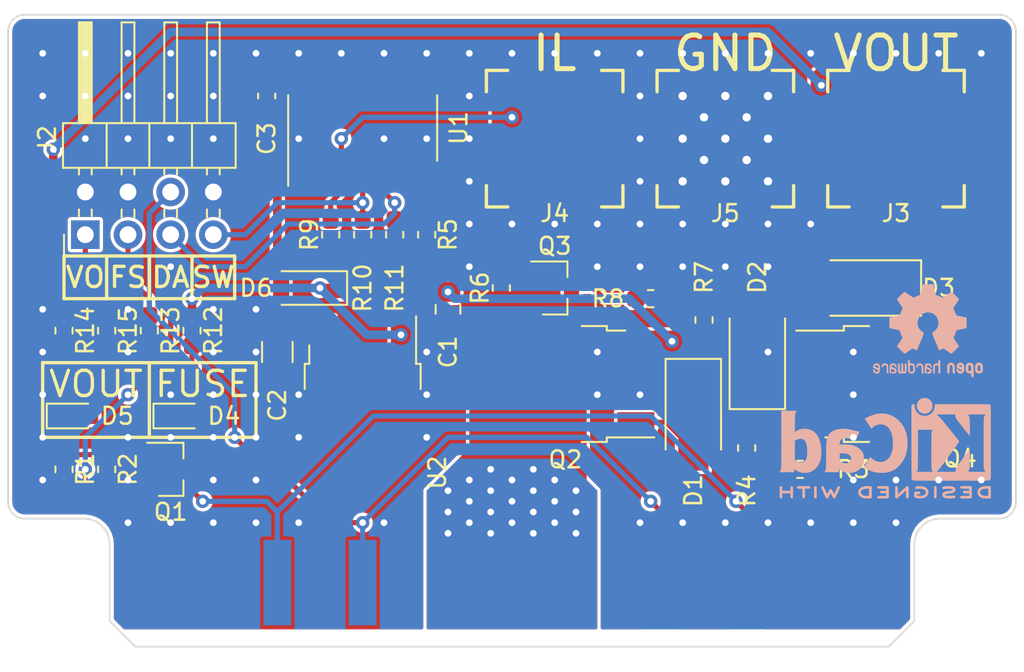
<source format=kicad_pcb>
(kicad_pcb (version 20171130) (host pcbnew "(5.1.7)-1")
  (layers (0 F.Cu signal) (31 B.Cu signal) (34 B.Paste user hide) (35 F.Paste user hide) (36 B.SilkS user hide) (37 F.SilkS user) (38 B.Mask user hide) (39 F.Mask user hide) (44 Edge.Cuts user))
  (net 0 "")
  (net 1 GND)
  (net 2 VDD)
  (net 3 "Net-(D2-Pad2)")
  (net 4 "Net-(D5-Pad2)")
  (net 5 "Net-(D1-Pad2)")
  (net 6 "Net-(D4-Pad2)")
  (net 7 "Net-(Q3-Pad3)")
  (net 8 /sw_in)
  (net 9 /vout)
  (net 10 /interlock)
  (net 11 "Net-(Q3-Pad1)")
  (net 12 "Net-(U1-Pad8)")
  (net 13 /vp)
  (net 14 /vin)
  (net 15 "Net-(U1-Pad12)")
  (net 16 "Net-(R5-Pad2)")
  (net 17 /fuse_status_out_od)
  (net 18 /disable)
  (net 19 "Net-(J2-Pad5)")
  (net 20 "Net-(J2-Pad3)")
  (net 21 "Net-(J2-Pad1)")
  (net 22 "Net-(Q1-Pad1)")
  (module Diode_SMD:D_SOD-123 (layer F.Cu) (at 87.935 101.27 180)
    (fp_text reference D6 (at 3.175 0) (layer F.SilkS))
    (fp_text value B340A-13-F)
    (pad 2 smd rect (at 1.65 0 180) (size 0.9 1.2) (layers F.Cu F.Paste F.Mask) (net 2 VDD))
    (pad 1 smd rect (at -1.65 0 180) (size 0.9 1.2) (layers F.Cu F.Paste F.Mask) (net 13 /vp))
  )
  (module Symbol:OSHW-Logo2_7.3x6mm_SilkScreen (layer B.Cu) (at 124.765 103.81 180)
    (fp_text reference REF** hide)
    (fp_text value "" hide)
  )
  (module Symbol:KiCad-Logo2_5mm_SilkScreen (layer B.Cu) (at 122.225 110.795 180)
    (fp_text reference REF** hide)
    (fp_text value "" hide)
  )
  (module Package_TO_SOT_SMD:SOT-23 (layer F.Cu) (at 79.68 112.065)
    (fp_text reference Q1 (at 0 2.54) (layer F.SilkS))
    (fp_text value 2N7002K)
    (pad 3 smd rect (at 1 0) (size 0.9 0.8) (layers F.Cu F.Paste F.Mask) (net 17 /fuse_status_out_od))
    (pad 2 smd rect (at -1 0.95) (size 0.9 0.8) (layers F.Cu F.Paste F.Mask) (net 1 GND))
    (pad 1 smd rect (at -1 -0.95) (size 0.9 0.8) (layers F.Cu F.Paste F.Mask) (net 22 "Net-(Q1-Pad1)"))
  )
  (module Resistor_SMD:R_0603_1608Metric_Pad1.05x0.95mm_HandSolder (layer F.Cu) (at 108.255 101.905 180)
    (fp_text reference R8 (at 2.54 0) (layer F.SilkS))
    (fp_text value 20k)
    (pad 2 smd roundrect (at 0.875 0 180) (size 1.05 0.95) (layers F.Cu F.Paste F.Mask) (net 7 "Net-(Q3-Pad3)"))
    (pad 1 smd roundrect (at -0.875 0 180) (size 1.05 0.95) (layers F.Cu F.Paste F.Mask) (net 3 "Net-(D2-Pad2)"))
  )
  (module Connector:TEConnectivity_2-5530843-7_card-edge (layer F.Cu) (at 100 115)
    (fp_text reference J1 hide)
    (fp_text value Conn_02x18_Odd_Even)
    (fp_line (start -23.9522 6.096) (end -22.4282 7.62) (layer Edge.Cuts) (width 0.1))
    (fp_line (start 22.4282 7.62) (end 23.9522 6.096) (layer Edge.Cuts) (width 0.1))
    (fp_line (start -22.4282 7.62) (end 22.4282 7.62) (layer Edge.Cuts) (width 0.1))
    (fp_line (start -23.9522 1.524) (end -23.9522 6.096) (layer Edge.Cuts) (width 0.1))
    (fp_line (start 23.9522 1.524) (end 23.9522 6.096) (layer Edge.Cuts) (width 0.1))
    (fp_line (start 25.4762 0) (end 26.67 0) (layer Edge.Cuts) (width 0.1))
    (fp_line (start -26.67 0) (end -25.4762 0) (layer Edge.Cuts) (width 0.1))
    (fp_arc (start -25.4762 1.524) (end -23.9522 1.524) (angle -90) (layer Edge.Cuts) (width 0.1))
    (fp_arc (start 25.4762 1.524) (end 23.9522 1.524) (angle 90) (layer Edge.Cuts) (width 0.1))
    (pad 35 connect rect (at 21.59 3.81) (size 1.651 5.08) (layers F.Cu F.Mask) (net 1 GND))
    (pad 33 connect rect (at 19.05 3.81) (size 1.651 5.08) (layers F.Cu F.Mask) (net 1 GND))
    (pad 31 connect rect (at 16.51 3.81) (size 1.651 5.08) (layers F.Cu F.Mask) (net 1 GND))
    (pad 29 connect rect (at 13.97 3.81) (size 1.651 5.08) (layers F.Cu F.Mask) (net 17 /fuse_status_out_od))
    (pad 27 connect rect (at 11.43 3.81) (size 1.651 5.08) (layers F.Cu F.Mask) (net 1 GND))
    (pad 25 connect rect (at 8.89 3.81) (size 1.651 5.08) (layers F.Cu F.Mask) (net 18 /disable))
    (pad 23 connect rect (at 6.35 3.81) (size 1.651 5.08) (layers F.Cu F.Mask) (net 1 GND))
    (pad 21 connect rect (at 3.81 3.81) (size 1.651 5.08) (layers F.Cu F.Mask) (net 14 /vin))
    (pad 19 connect rect (at 1.27 3.81) (size 1.651 5.08) (layers F.Cu F.Mask) (net 14 /vin))
    (pad 17 connect rect (at -1.27 3.81) (size 1.651 5.08) (layers F.Cu F.Mask) (net 14 /vin))
    (pad 15 connect rect (at -3.81 3.81) (size 1.651 5.08) (layers F.Cu F.Mask) (net 14 /vin))
    (pad 13 connect rect (at -6.35 3.81) (size 1.651 5.08) (layers F.Cu F.Mask) (net 1 GND))
    (pad 11 connect rect (at -8.89 3.81) (size 1.651 5.08) (layers F.Cu F.Mask) (net 1 GND))
    (pad 9 connect rect (at -11.43 3.81) (size 1.651 5.08) (layers F.Cu F.Mask) (net 1 GND))
    (pad 7 connect rect (at -13.97 3.81) (size 1.651 5.08) (layers F.Cu F.Mask) (net 1 GND))
    (pad 5 connect rect (at -16.51 3.81) (size 1.651 5.08) (layers F.Cu F.Mask) (net 1 GND))
    (pad 3 connect rect (at -19.05 3.81) (size 1.651 5.08) (layers F.Cu F.Mask) (net 1 GND))
    (pad 1 connect rect (at -21.59 3.81) (size 1.651 5.08) (layers F.Cu F.Mask) (net 1 GND))
    (pad 36 connect rect (at 21.59 3.81) (size 1.651 5.08) (layers B.Cu B.Mask) (net 1 GND))
    (pad 34 connect rect (at 19.05 3.81) (size 1.651 5.08) (layers B.Cu B.Mask) (net 1 GND))
    (pad 32 connect rect (at 16.51 3.81) (size 1.651 5.08) (layers B.Cu B.Mask) (net 1 GND))
    (pad 30 connect rect (at 13.97 3.81) (size 1.651 5.08) (layers B.Cu B.Mask) (net 1 GND))
    (pad 28 connect rect (at 11.43 3.81) (size 1.651 5.08) (layers B.Cu B.Mask) (net 1 GND))
    (pad 26 connect rect (at 8.89 3.81) (size 1.651 5.08) (layers B.Cu B.Mask) (net 1 GND))
    (pad 24 connect rect (at 6.35 3.81) (size 1.651 5.08) (layers B.Cu B.Mask) (net 1 GND))
    (pad 22 connect rect (at 3.81 3.81) (size 1.651 5.08) (layers B.Cu B.Mask) (net 14 /vin))
    (pad 20 connect rect (at 1.27 3.81) (size 1.651 5.08) (layers B.Cu B.Mask) (net 14 /vin))
    (pad 18 connect rect (at -1.27 3.81) (size 1.651 5.08) (layers B.Cu B.Mask) (net 14 /vin))
    (pad 16 connect rect (at -3.81 3.81) (size 1.651 5.08) (layers B.Cu B.Mask) (net 14 /vin))
    (pad 14 connect rect (at -6.35 3.81) (size 1.651 5.08) (layers B.Cu B.Mask) (net 1 GND))
    (pad 12 connect rect (at -8.89 3.81) (size 1.651 5.08) (layers B.Cu B.Mask) (net 18 /disable))
    (pad 10 connect rect (at -11.43 3.81) (size 1.651 5.08) (layers B.Cu B.Mask) (net 1 GND))
    (pad 8 connect rect (at -13.97 3.81) (size 1.651 5.08) (layers B.Cu B.Mask) (net 17 /fuse_status_out_od))
    (pad 6 connect rect (at -16.51 3.81) (size 1.651 5.08) (layers B.Cu B.Mask) (net 1 GND))
    (pad 4 connect rect (at -19.05 3.81) (size 1.651 5.08) (layers B.Cu B.Mask) (net 1 GND))
    (pad 2 connect rect (at -21.59 3.81) (size 1.651 5.08) (layers B.Cu B.Mask) (net 1 GND))
  )
  (module Diode_SMD:D_SMA (layer F.Cu) (at 120.955 101.27 180)
    (fp_text reference D3 (at -4.445 0) (layer F.SilkS))
    (fp_text value B340A-13-F)
    (pad 2 smd rect (at 2 0 180) (size 2.5 1.8) (layers F.Cu F.Paste F.Mask) (net 1 GND))
    (pad 1 smd rect (at -2 0 180) (size 2.5 1.8) (layers F.Cu F.Paste F.Mask) (net 9 /vout))
  )
  (module Terminal:PV-3_via (layer F.Cu) (at 112.7 92.38)
    (fp_text reference J5 (at 0 4.445) (layer F.SilkS))
    (fp_text value PV-3)
    (fp_text user GND (at 0 -5.08) (layer F.SilkS) (effects (font (size 2 2) (thickness 0.3))))
    (pad 1 thru_hole circle (at -1.27 1.27) (size 1.27 1.27) (drill 0.5) (layers *.Cu *.Mask) (net 1 GND))
    (pad 1 thru_hole circle (at 1.27 1.27) (size 1.27 1.27) (drill 0.5) (layers *.Cu *.Mask) (net 1 GND))
    (pad 1 thru_hole circle (at 1.27 -1.27) (size 1.27 1.27) (drill 0.5) (layers *.Cu *.Mask) (net 1 GND))
    (pad 1 thru_hole circle (at -1.27 -1.27) (size 1.27 1.27) (drill 0.5) (layers *.Cu *.Mask) (net 1 GND))
    (pad 1 thru_hole circle (at -2.54 2.54) (size 1.27 1.27) (drill 0.5) (layers *.Cu *.Mask) (net 1 GND))
    (pad 1 thru_hole circle (at 0 2.54) (size 1.27 1.27) (drill 0.5) (layers *.Cu *.Mask) (net 1 GND))
    (pad 1 thru_hole circle (at 2.54 2.54) (size 1.27 1.27) (drill 0.5) (layers *.Cu *.Mask) (net 1 GND))
    (pad 1 thru_hole circle (at 2.54 -2.54) (size 1.27 1.27) (drill 0.5) (layers *.Cu *.Mask) (net 1 GND))
    (pad 1 thru_hole circle (at 0 -2.54) (size 1.27 1.27) (drill 0.5) (layers *.Cu *.Mask) (net 1 GND))
    (pad 1 thru_hole circle (at -2.54 -2.54) (size 1.27 1.27) (drill 0.5) (layers *.Cu *.Mask) (net 1 GND))
    (pad 1 thru_hole circle (at -2.54 0) (size 1.27 1.27) (drill 0.5) (layers *.Cu *.Mask) (net 1 GND))
    (pad 1 thru_hole circle (at 2.54 0) (size 1.27 1.27) (drill 0.5) (layers *.Cu *.Mask) (net 1 GND))
    (pad 1 thru_hole circle (at 0 0) (size 1.27 1.27) (drill 0.5) (layers *.Cu *.Mask) (net 1 GND))
    (pad 1 smd rect (at 0 0) (size 7.5 7.5) (layers F.Cu F.Paste F.Mask) (net 1 GND))
  )
  (module Terminal:PV-3 (layer F.Cu) (at 102.54 92.38)
    (fp_text reference J4 (at 0 4.445) (layer F.SilkS))
    (fp_text value PV-3)
    (fp_text user IL (at 0 -5.08) (layer F.SilkS) (effects (font (size 2 2) (thickness 0.3))))
    (pad 1 smd rect (at 0 0) (size 7.5 7.5) (layers F.Cu F.Paste F.Mask) (net 10 /interlock))
  )
  (module Terminal:PV-3 (layer F.Cu) (at 122.86 92.38)
    (fp_text reference J3 (at 0 4.445) (layer F.SilkS))
    (fp_text value PV-3)
    (fp_text user VOUT (at 0 -5.08) (layer F.SilkS) (effects (font (size 2 2) (thickness 0.3))))
    (pad 1 smd rect (at 0 0) (size 7.5 7.5) (layers F.Cu F.Paste F.Mask) (net 9 /vout))
  )
  (module Resistor_SMD:R_0603_1608Metric_Pad1.05x0.95mm_HandSolder (layer F.Cu) (at 73.33 112.065 270)
    (fp_text reference R1 (at 0 -1.27 90) (layer F.SilkS))
    (fp_text value 20k)
    (pad 2 smd roundrect (at 0.875 0 270) (size 1.05 0.95) (layers F.Cu F.Paste F.Mask) (net 13 /vp))
    (pad 1 smd roundrect (at -0.875 0 270) (size 1.05 0.95) (layers F.Cu F.Paste F.Mask) (net 22 "Net-(Q1-Pad1)"))
  )
  (module Diode_SMD:D_SMA (layer F.Cu) (at 114.605 105.08 90)
    (fp_text reference D2 (at 4.445 0 90) (layer F.SilkS))
    (fp_text value SMAJ12CA-E3/61)
    (pad 2 smd rect (at 2 0 90) (size 2.5 1.8) (layers F.Cu F.Paste F.Mask) (net 3 "Net-(D2-Pad2)"))
    (pad 1 smd rect (at -2 0 90) (size 2.5 1.8) (layers F.Cu F.Paste F.Mask) (net 13 /vp))
  )
  (module Diode_SMD:D_SMA (layer F.Cu) (at 110.795 108.89 270)
    (fp_text reference D1 (at 4.445 0 90) (layer F.SilkS))
    (fp_text value SMAJ12CA-E3/61)
    (pad 2 smd rect (at 2 0 270) (size 2.5 1.8) (layers F.Cu F.Paste F.Mask) (net 5 "Net-(D1-Pad2)"))
    (pad 1 smd rect (at -2 0 270) (size 2.5 1.8) (layers F.Cu F.Paste F.Mask) (net 13 /vp))
  )
  (module Resistor_SMD:R_0603_1608Metric_Pad1.05x0.95mm_HandSolder (layer F.Cu) (at 78.41 103.81 90)
    (fp_text reference R13 (at 0 1.27 90) (layer F.SilkS))
    (fp_text value 10k)
    (pad 2 smd roundrect (at 0.875 0 90) (size 1.05 0.95) (layers F.Cu F.Paste F.Mask) (net 20 "Net-(J2-Pad3)"))
    (pad 1 smd roundrect (at -0.875 0 90) (size 1.05 0.95) (layers F.Cu F.Paste F.Mask) (net 13 /vp))
  )
  (module Resistor_SMD:R_0603_1608Metric_Pad1.05x0.95mm_HandSolder (layer F.Cu) (at 75.87 103.81 90)
    (fp_text reference R15 (at 0 1.27 90) (layer F.SilkS))
    (fp_text value 10k)
    (pad 2 smd roundrect (at 0.875 0 90) (size 1.05 0.95) (layers F.Cu F.Paste F.Mask) (net 21 "Net-(J2-Pad1)"))
    (pad 1 smd roundrect (at -0.875 0 90) (size 1.05 0.95) (layers F.Cu F.Paste F.Mask) (net 9 /vout))
  )
  (module Connector_PinHeader_2.54mm:PinHeader_2x04_P2.54mm_Horizontal (layer F.Cu) (at 74.6 98.095 90)
    (fp_text reference J2 (at 5.655 -2.27 90) (layer F.SilkS))
    (fp_text value Conn_02x04_Odd_Even)
    (pad 8 thru_hole oval (at 2.54 7.62 90) (size 1.7 1.7) (drill 1) (layers *.Cu *.Mask) (net 1 GND))
    (pad 7 thru_hole oval (at 0 7.62 90) (size 1.7 1.7) (drill 1) (layers *.Cu *.Mask) (net 8 /sw_in))
    (pad 6 thru_hole oval (at 2.54 5.08 90) (size 1.7 1.7) (drill 1) (layers *.Cu *.Mask) (net 18 /disable))
    (pad 5 thru_hole oval (at 0 5.08 90) (size 1.7 1.7) (drill 1) (layers *.Cu *.Mask) (net 19 "Net-(J2-Pad5)"))
    (pad 4 thru_hole oval (at 2.54 2.54 90) (size 1.7 1.7) (drill 1) (layers *.Cu *.Mask) (net 1 GND))
    (pad 3 thru_hole oval (at 0 2.54 90) (size 1.7 1.7) (drill 1) (layers *.Cu *.Mask) (net 20 "Net-(J2-Pad3)"))
    (pad 2 thru_hole oval (at 2.54 0 90) (size 1.7 1.7) (drill 1) (layers *.Cu *.Mask) (net 1 GND))
    (pad 1 thru_hole rect (at 0 0 90) (size 1.7 1.7) (drill 1) (layers *.Cu *.Mask) (net 21 "Net-(J2-Pad1)"))
  )
  (module LED_SMD:LED_0603_1608Metric_Pad1.05x0.95mm_HandSolder (layer F.Cu) (at 80.315 108.89)
    (fp_text reference D4 (at 2.54 0) (layer F.SilkS))
    (fp_text value OSHR1608)
    (pad 2 smd roundrect (at 0.875 0) (size 1.05 0.95) (layers F.Cu F.Paste F.Mask) (net 6 "Net-(D4-Pad2)"))
    (pad 1 smd roundrect (at -0.875 0) (size 1.05 0.95) (layers F.Cu F.Paste F.Mask) (net 1 GND))
  )
  (module LED_SMD:LED_0603_1608Metric_Pad1.05x0.95mm_HandSolder (layer F.Cu) (at 73.965 108.89)
    (fp_text reference D5 (at 2.54 0) (layer F.SilkS))
    (fp_text value OSBL1608)
    (pad 2 smd roundrect (at 0.875 0) (size 1.05 0.95) (layers F.Cu F.Paste F.Mask) (net 4 "Net-(D5-Pad2)"))
    (pad 1 smd roundrect (at -0.875 0) (size 1.05 0.95) (layers F.Cu F.Paste F.Mask) (net 1 GND))
  )
  (module Capacitor_SMD:C_0805_2012Metric_Pad1.18x1.45mm_HandSolder (layer F.Cu) (at 96.19 102.54 270)
    (fp_text reference C1 (at 2.54 0 90) (layer F.SilkS))
    (fp_text value "10u 35V")
    (pad 2 smd roundrect (at 1.0375 0 270) (size 1.175 1.45) (layers F.Cu F.Paste F.Mask) (roundrect_rratio 0.2127659574468085) (net 1 GND))
    (pad 1 smd roundrect (at -1.0375 0 270) (size 1.175 1.45) (layers F.Cu F.Paste F.Mask) (roundrect_rratio 0.2127659574468085) (net 13 /vp))
  )
  (module Resistor_SMD:R_0603_1608Metric_Pad1.05x0.95mm_HandSolder (layer F.Cu) (at 75.87 112.065 270)
    (fp_text reference R2 (at 0 -1.27 90) (layer F.SilkS))
    (fp_text value 10k)
    (pad 2 smd roundrect (at 0.875 0 270) (size 1.05 0.95) (layers F.Cu F.Paste F.Mask) (net 1 GND))
    (pad 1 smd roundrect (at -0.875 0 270) (size 1.05 0.95) (layers F.Cu F.Paste F.Mask) (net 22 "Net-(Q1-Pad1)"))
  )
  (module Resistor_SMD:R_0603_1608Metric_Pad1.05x0.95mm_HandSolder (layer F.Cu) (at 93.015 98.095 270)
    (fp_text reference R11 (at 3.175 0 90) (layer F.SilkS))
    (fp_text value 1k)
    (pad 2 smd roundrect (at 0.875 0 270) (size 1.05 0.95) (layers F.Cu F.Paste F.Mask) (net 1 GND))
    (pad 1 smd roundrect (at -0.875 0 270) (size 1.05 0.95) (layers F.Cu F.Paste F.Mask) (net 19 "Net-(J2-Pad5)"))
  )
  (module Package_SO:SOIC-14_3.9x8.7mm_P1.27mm (layer F.Cu) (at 91.11 91.745 90)
    (fp_text reference U1 (at 0 5.715 90) (layer F.SilkS))
    (fp_text value 74LS27)
    (pad 14 smd roundrect (at 2.475 -3.81 90) (size 1.95 0.6) (layers F.Cu F.Paste F.Mask) (net 2 VDD))
    (pad 13 smd roundrect (at 2.475 -2.54 90) (size 1.95 0.6) (layers F.Cu F.Paste F.Mask) (net 1 GND))
    (pad 12 smd roundrect (at 2.475 -1.27 90) (size 1.95 0.6) (layers F.Cu F.Paste F.Mask) (net 15 "Net-(U1-Pad12)"))
    (pad 11 smd roundrect (at 2.475 0 90) (size 1.95 0.6) (layers F.Cu F.Paste F.Mask) (net 1 GND))
    (pad 10 smd roundrect (at 2.475 1.27 90) (size 1.95 0.6) (layers F.Cu F.Paste F.Mask) (net 1 GND))
    (pad 9 smd roundrect (at 2.475 2.54 90) (size 1.95 0.6) (layers F.Cu F.Paste F.Mask) (net 1 GND))
    (pad 8 smd roundrect (at 2.475 3.81 90) (size 1.95 0.6) (layers F.Cu F.Paste F.Mask) (net 12 "Net-(U1-Pad8)"))
    (pad 7 smd roundrect (at -2.475 3.81 90) (size 1.95 0.6) (layers F.Cu F.Paste F.Mask) (net 1 GND))
    (pad 6 smd roundrect (at -2.475 2.54 90) (size 1.95 0.6) (layers F.Cu F.Paste F.Mask) (net 16 "Net-(R5-Pad2)"))
    (pad 5 smd roundrect (at -2.475 1.27 90) (size 1.95 0.6) (layers F.Cu F.Paste F.Mask) (net 19 "Net-(J2-Pad5)"))
    (pad 4 smd roundrect (at -2.475 0 90) (size 1.95 0.6) (layers F.Cu F.Paste F.Mask) (net 8 /sw_in))
    (pad 3 smd roundrect (at -2.475 -1.27 90) (size 1.95 0.6) (layers F.Cu F.Paste F.Mask) (net 10 /interlock))
    (pad 2 smd roundrect (at -2.475 -2.54 90) (size 1.95 0.6) (layers F.Cu F.Paste F.Mask) (net 1 GND))
    (pad 1 smd roundrect (at -2.475 -3.81 90) (size 1.95 0.6) (layers F.Cu F.Paste F.Mask) (net 1 GND))
  )
  (module Resistor_SMD:R_0603_1608Metric_Pad1.05x0.95mm_HandSolder (layer F.Cu) (at 89.205 98.095 90)
    (fp_text reference R9 (at 0 -1.27 90) (layer F.SilkS))
    (fp_text value 47k)
    (pad 2 smd roundrect (at 0.875 0 90) (size 1.05 0.95) (layers F.Cu F.Paste F.Mask) (net 10 /interlock))
    (pad 1 smd roundrect (at -0.875 0 90) (size 1.05 0.95) (layers F.Cu F.Paste F.Mask) (net 2 VDD))
  )
  (module Package_TO_SOT_SMD:TO-252-2 (layer F.Cu) (at 91.11 108.255 270)
    (fp_text reference U2 (at 4.005 -4.445 90) (layer F.SilkS))
    (fp_text value BD450M5FP)
    (pad 2 smd rect (at 2.1 0 270) (size 6.4 5.8) (layers F.Cu F.Mask) (net 1 GND))
    (pad 3 smd rect (at -4.2 2.28 270) (size 2.2 1.2) (layers F.Cu F.Paste F.Mask) (net 2 VDD))
    (pad 1 smd rect (at -4.2 -2.28 270) (size 2.2 1.2) (layers F.Cu F.Paste F.Mask) (net 13 /vp))
  )
  (module Capacitor_SMD:C_1206_3216Metric_Pad1.42x1.75mm_HandSolder (layer F.Cu) (at 86.03 105.08 270)
    (fp_text reference C2 (at 3.175 0 90) (layer F.SilkS))
    (fp_text value "22u 10V")
    (pad 2 smd roundrect (at 1.4875 0 270) (size 1.425 1.75) (layers F.Cu F.Paste F.Mask) (roundrect_rratio 0.1754385964912281) (net 1 GND))
    (pad 1 smd roundrect (at -1.4875 0 270) (size 1.425 1.75) (layers F.Cu F.Paste F.Mask) (roundrect_rratio 0.1754385964912281) (net 2 VDD))
  )
  (module Resistor_SMD:R_0603_1608Metric_Pad1.05x0.95mm_HandSolder (layer F.Cu) (at 91.11 98.095 90)
    (fp_text reference R10 (at -3.175 0 90) (layer F.SilkS))
    (fp_text value 47k)
    (pad 2 smd roundrect (at 0.875 0 90) (size 1.05 0.95) (layers F.Cu F.Paste F.Mask) (net 8 /sw_in))
    (pad 1 smd roundrect (at -0.875 0 90) (size 1.05 0.95) (layers F.Cu F.Paste F.Mask) (net 2 VDD))
  )
  (module Resistor_SMD:R_0603_1608Metric_Pad1.05x0.95mm_HandSolder (layer F.Cu) (at 94.92 98.095 90)
    (fp_text reference R5 (at 0 1.27 90) (layer F.SilkS))
    (fp_text value 47)
    (pad 2 smd roundrect (at 0.875 0 90) (size 1.05 0.95) (layers F.Cu F.Paste F.Mask) (net 16 "Net-(R5-Pad2)"))
    (pad 1 smd roundrect (at -0.875 0 90) (size 1.05 0.95) (layers F.Cu F.Paste F.Mask) (net 11 "Net-(Q3-Pad1)"))
  )
  (module Resistor_SMD:R_0603_1608Metric_Pad1.05x0.95mm_HandSolder (layer F.Cu) (at 80.95 103.81 270)
    (fp_text reference R12 (at 0 -1.27 90) (layer F.SilkS))
    (fp_text value 10k)
    (pad 2 smd roundrect (at 0.875 0 270) (size 1.05 0.95) (layers F.Cu F.Paste F.Mask) (net 6 "Net-(D4-Pad2)"))
    (pad 1 smd roundrect (at -0.875 0 270) (size 1.05 0.95) (layers F.Cu F.Paste F.Mask) (net 13 /vp))
  )
  (module Resistor_SMD:R_0603_1608Metric_Pad1.05x0.95mm_HandSolder (layer F.Cu) (at 113.97 110.795 270)
    (fp_text reference R4 (at 2.54 0 90) (layer F.SilkS))
    (fp_text value 10k)
    (pad 2 smd roundrect (at 0.875 0 270) (size 1.05 0.95) (layers F.Cu F.Paste F.Mask) (net 5 "Net-(D1-Pad2)"))
    (pad 1 smd roundrect (at -0.875 0 270) (size 1.05 0.95) (layers F.Cu F.Paste F.Mask) (net 13 /vp))
  )
  (module Resistor_SMD:R_0603_1608Metric_Pad1.05x0.95mm_HandSolder (layer F.Cu) (at 117.145 112.065)
    (fp_text reference R3 (at 3.175 0) (layer F.SilkS))
    (fp_text value 20k)
    (pad 2 smd roundrect (at 0.875 0) (size 1.05 0.95) (layers F.Cu F.Paste F.Mask) (net 1 GND))
    (pad 1 smd roundrect (at -0.875 0) (size 1.05 0.95) (layers F.Cu F.Paste F.Mask) (net 5 "Net-(D1-Pad2)"))
  )
  (module Resistor_SMD:R_0603_1608Metric_Pad1.05x0.95mm_HandSolder (layer F.Cu) (at 111.43 103.175 90)
    (fp_text reference R7 (at 2.54 0 90) (layer F.SilkS))
    (fp_text value 10k)
    (pad 2 smd roundrect (at 0.875 0 90) (size 1.05 0.95) (layers F.Cu F.Paste F.Mask) (net 3 "Net-(D2-Pad2)"))
    (pad 1 smd roundrect (at -0.875 0 90) (size 1.05 0.95) (layers F.Cu F.Paste F.Mask) (net 13 /vp))
  )
  (module Resistor_SMD:R_0603_1608Metric_Pad1.05x0.95mm_HandSolder (layer F.Cu) (at 99.365 101.27 270)
    (fp_text reference R6 (at 0 1.27 90) (layer F.SilkS))
    (fp_text value 10k)
    (pad 2 smd roundrect (at 0.875 0 270) (size 1.05 0.95) (layers F.Cu F.Paste F.Mask) (net 1 GND))
    (pad 1 smd roundrect (at -0.875 0 270) (size 1.05 0.95) (layers F.Cu F.Paste F.Mask) (net 11 "Net-(Q3-Pad1)"))
  )
  (module Resistor_SMD:R_0603_1608Metric_Pad1.05x0.95mm_HandSolder (layer F.Cu) (at 73.33 103.81 270)
    (fp_text reference R14 (at 0 -1.27 90) (layer F.SilkS))
    (fp_text value 10k)
    (pad 2 smd roundrect (at 0.875 0 270) (size 1.05 0.95) (layers F.Cu F.Paste F.Mask) (net 4 "Net-(D5-Pad2)"))
    (pad 1 smd roundrect (at -0.875 0 270) (size 1.05 0.95) (layers F.Cu F.Paste F.Mask) (net 9 /vout))
  )
  (module Package_TO_SOT_SMD:TO-252-2 (layer F.Cu) (at 103.175 106.985 180)
    (fp_text reference Q2 (at 0 -4.5) (layer F.SilkS))
    (fp_text value SUD50P04-08)
    (pad 2 smd rect (at 2.1 0 180) (size 6.4 5.8) (layers F.Cu F.Mask) (net 14 /vin))
    (pad 3 smd rect (at -4.2 2.28 180) (size 2.2 1.2) (layers F.Cu F.Paste F.Mask) (net 13 /vp))
    (pad 1 smd rect (at -4.2 -2.28 180) (size 2.2 1.2) (layers F.Cu F.Paste F.Mask) (net 5 "Net-(D1-Pad2)"))
  )
  (module Package_TO_SOT_SMD:TO-252-2 (layer F.Cu) (at 122.225 106.985)
    (fp_text reference Q4 (at 4.445 4.445) (layer F.SilkS))
    (fp_text value SUD50P04-08)
    (pad 2 smd rect (at 2.1 0) (size 6.4 5.8) (layers F.Cu F.Mask) (net 9 /vout))
    (pad 3 smd rect (at -4.2 2.28) (size 2.2 1.2) (layers F.Cu F.Paste F.Mask) (net 13 /vp))
    (pad 1 smd rect (at -4.2 -2.28) (size 2.2 1.2) (layers F.Cu F.Paste F.Mask) (net 3 "Net-(D2-Pad2)"))
  )
  (module Package_TO_SOT_SMD:SOT-23 (layer F.Cu) (at 102.54 101.27)
    (fp_text reference Q3 (at 0 -2.5) (layer F.SilkS))
    (fp_text value 2N7002K)
    (pad 3 smd rect (at 1 0) (size 0.9 0.8) (layers F.Cu F.Paste F.Mask) (net 7 "Net-(Q3-Pad3)"))
    (pad 2 smd rect (at -1 0.95) (size 0.9 0.8) (layers F.Cu F.Paste F.Mask) (net 1 GND))
    (pad 1 smd rect (at -1 -0.95) (size 0.9 0.8) (layers F.Cu F.Paste F.Mask) (net 11 "Net-(Q3-Pad1)"))
  )
  (module Capacitor_SMD:C_0603_1608Metric_Pad1.08x0.95mm_HandSolder (layer F.Cu) (at 85.395 89.84 270)
    (fp_text reference C3 (at 2.54 0 90) (layer F.SilkS))
    (fp_text value "0.1u 25V")
    (pad 2 smd roundrect (at 0.8625 0 270) (size 1.075 0.95) (layers F.Cu F.Paste F.Mask) (net 1 GND))
    (pad 1 smd roundrect (at -0.8625 0 270) (size 1.075 0.95) (layers F.Cu F.Paste F.Mask) (net 2 VDD))
  )
  (gr_text SW (at 82.22 100.635) (layer F.SilkS) (effects (font (size 1.2 1.2) (thickness 0.2))))
  (gr_text DA (at 79.68 100.635) (layer F.SilkS) (effects (font (size 1.2 1.2) (thickness 0.2))))
  (gr_text FS (at 77.14 100.635) (layer F.SilkS) (effects (font (size 1.2 1.2) (thickness 0.2))))
  (gr_text VO (at 74.6 100.635) (layer F.SilkS) (effects (font (size 1.2 1.2) (thickness 0.2))))
  (gr_line (start 80.95 99.365) (end 80.95 101.905) (layer F.SilkS) (width 0.2))
  (gr_line (start 78.41 99.365) (end 78.41 101.905) (layer F.SilkS) (width 0.2))
  (gr_line (start 75.87 99.365) (end 75.87 101.905) (layer F.SilkS) (width 0.2))
  (gr_line (start 73.33 101.905) (end 73.33 99.365) (layer F.SilkS) (width 0.2))
  (gr_line (start 83.49 101.905) (end 73.33 101.905) (layer F.SilkS) (width 0.2))
  (gr_line (start 83.49 99.365) (end 83.49 101.905) (layer F.SilkS) (width 0.2))
  (gr_line (start 73.33 99.365) (end 83.49 99.365) (layer F.SilkS) (width 0.2))
  (gr_line (start 78.41 110.16) (end 78.41 105.715) (layer F.SilkS) (width 0.2))
  (gr_line (start 72.06 110.16) (end 72.06 105.715) (layer F.SilkS) (width 0.2))
  (gr_line (start 84.76 110.16) (end 72.06 110.16) (layer F.SilkS) (width 0.2))
  (gr_line (start 84.76 105.715) (end 84.76 110.16) (layer F.SilkS) (width 0.2))
  (gr_line (start 72.06 105.715) (end 84.76 105.715) (layer F.SilkS) (width 0.2))
  (gr_text VOUT (at 75.235 106.985) (layer F.SilkS) (effects (font (size 1.5 1.5) (thickness 0.2))))
  (gr_text FUSE (at 81.585 106.985) (layer F.SilkS) (effects (font (size 1.5 1.5) (thickness 0.2))))
  (gr_arc (start 71 114) (end 70 114) (angle -90) (layer Edge.Cuts) (width 0.1))
  (gr_arc (start 71 86) (end 71 85) (angle -90) (layer Edge.Cuts) (width 0.1))
  (gr_arc (start 129 86) (end 130 86) (angle -90) (layer Edge.Cuts) (width 0.1))
  (gr_arc (start 129 114) (end 129 115) (angle -90) (layer Edge.Cuts) (width 0.1))
  (gr_line (start 129 115) (end 126.67 115) (layer Edge.Cuts) (width 0.1))
  (gr_line (start 70 114) (end 70 86) (layer Edge.Cuts) (width 0.1))
  (gr_line (start 73.33 115) (end 71 115) (layer Edge.Cuts) (width 0.1))
  (gr_line (start 130 86) (end 130 114) (layer Edge.Cuts) (width 0.1))
  (gr_line (start 71 85) (end 129 85) (layer Edge.Cuts) (width 0.1))
  (via (at 100 97.46) (size 0.8) (drill 0.4) (layers F.Cu B.Cu) (net 1))
  (via (at 97.46 97.46) (size 0.8) (drill 0.4) (layers F.Cu B.Cu) (net 1))
  (via (at 97.46 94.92) (size 0.8) (drill 0.4) (layers F.Cu B.Cu) (net 1))
  (via (at 102.54 97.46) (size 0.8) (drill 0.4) (layers F.Cu B.Cu) (net 1))
  (via (at 105.08 97.46) (size 0.8) (drill 0.4) (layers F.Cu B.Cu) (net 1))
  (via (at 105.08 100) (size 0.8) (drill 0.4) (layers F.Cu B.Cu) (net 1))
  (via (at 107.62 100) (size 0.8) (drill 0.4) (layers F.Cu B.Cu) (net 1))
  (via (at 107.62 97.46) (size 0.8) (drill 0.4) (layers F.Cu B.Cu) (net 1))
  (via (at 110.16 97.46) (size 0.8) (drill 0.4) (layers F.Cu B.Cu) (net 1))
  (via (at 110.16 100) (size 0.8) (drill 0.4) (layers F.Cu B.Cu) (net 1))
  (via (at 112.7 100) (size 0.8) (drill 0.4) (layers F.Cu B.Cu) (net 1))
  (via (at 112.7 97.46) (size 0.8) (drill 0.4) (layers F.Cu B.Cu) (net 1))
  (via (at 115.24 97.46) (size 0.8) (drill 0.4) (layers F.Cu B.Cu) (net 1))
  (via (at 115.24 100) (size 0.8) (drill 0.4) (layers F.Cu B.Cu) (net 1))
  (via (at 117.78 97.46) (size 0.8) (drill 0.4) (layers F.Cu B.Cu) (net 1))
  (via (at 107.62 94.92) (size 0.8) (drill 0.4) (layers F.Cu B.Cu) (net 1))
  (via (at 107.62 92.38) (size 0.8) (drill 0.4) (layers F.Cu B.Cu) (net 1))
  (via (at 107.62 89.84) (size 0.8) (drill 0.4) (layers F.Cu B.Cu) (net 1))
  (via (at 97.46 89.84) (size 0.8) (drill 0.4) (layers F.Cu B.Cu) (net 1))
  (via (at 127.94 87.3) (size 0.8) (drill 0.4) (layers F.Cu B.Cu) (net 1))
  (via (at 125.4 87.3) (size 0.8) (drill 0.4) (layers F.Cu B.Cu) (net 1))
  (via (at 122.86 87.3) (size 0.8) (drill 0.4) (layers F.Cu B.Cu) (net 1))
  (via (at 120.32 87.3) (size 0.8) (drill 0.4) (layers F.Cu B.Cu) (net 1))
  (via (at 120.32 107.62) (size 0.8) (drill 0.4) (layers F.Cu B.Cu) (net 1))
  (via (at 120.32 115.24) (size 0.8) (drill 0.4) (layers F.Cu B.Cu) (net 1))
  (via (at 122.86 115.24) (size 0.8) (drill 0.4) (layers F.Cu B.Cu) (net 1))
  (via (at 117.78 115.24) (size 0.8) (drill 0.4) (layers F.Cu B.Cu) (net 1))
  (via (at 115.24 115.24) (size 0.8) (drill 0.4) (layers F.Cu B.Cu) (net 1))
  (via (at 112.7 115.24) (size 0.8) (drill 0.4) (layers F.Cu B.Cu) (net 1))
  (via (at 110.16 115.24) (size 0.8) (drill 0.4) (layers F.Cu B.Cu) (net 1))
  (via (at 107.62 115.24) (size 0.8) (drill 0.4) (layers F.Cu B.Cu) (net 1))
  (via (at 122.86 112.7) (size 0.8) (drill 0.4) (layers F.Cu B.Cu) (net 1))
  (via (at 120.32 112.7) (size 0.8) (drill 0.4) (layers F.Cu B.Cu) (net 1))
  (via (at 125.4 112.7) (size 0.8) (drill 0.4) (layers F.Cu B.Cu) (net 1))
  (via (at 127.94 112.7) (size 0.8) (drill 0.4) (layers F.Cu B.Cu) (net 1))
  (via (at 120.32 110.16) (size 0.8) (drill 0.4) (layers F.Cu B.Cu) (net 1))
  (via (at 120.32 105.08) (size 0.8) (drill 0.4) (layers F.Cu B.Cu) (net 1))
  (via (at 115.24 105.08) (size 0.8) (drill 0.4) (layers F.Cu B.Cu) (net 1))
  (via (at 105.08 105.08) (size 0.8) (drill 0.4) (layers F.Cu B.Cu) (net 1))
  (via (at 94.92 105.08) (size 0.8) (drill 0.4) (layers F.Cu B.Cu) (net 1))
  (via (at 97.46 100) (size 0.8) (drill 0.4) (layers F.Cu B.Cu) (net 1))
  (via (at 94.92 110.16) (size 0.8) (drill 0.4) (layers F.Cu B.Cu) (net 1))
  (via (at 92.38 115.24) (size 0.8) (drill 0.4) (layers F.Cu B.Cu) (net 1))
  (via (at 87.3 110.16) (size 0.8) (drill 0.4) (layers F.Cu B.Cu) (net 1))
  (via (at 84.76 110.16) (size 0.8) (drill 0.4) (layers F.Cu B.Cu) (net 1))
  (via (at 82.22 110.16) (size 0.8) (drill 0.4) (layers F.Cu B.Cu) (net 1))
  (via (at 82.22 112.7) (size 0.8) (drill 0.4) (layers F.Cu B.Cu) (net 1))
  (via (at 79.68 115.24) (size 0.8) (drill 0.4) (layers F.Cu B.Cu) (net 1))
  (via (at 77.14 115.24) (size 0.8) (drill 0.4) (layers F.Cu B.Cu) (net 1))
  (via (at 72.06 107.62) (size 0.8) (drill 0.4) (layers F.Cu B.Cu) (net 1))
  (via (at 72.06 110.16) (size 0.8) (drill 0.4) (layers F.Cu B.Cu) (net 1))
  (via (at 72.06 112.7) (size 0.8) (drill 0.4) (layers F.Cu B.Cu) (net 1))
  (via (at 77.14 112.7) (size 0.8) (drill 0.4) (layers F.Cu B.Cu) (net 1))
  (via (at 77.14 110.16) (size 0.8) (drill 0.4) (layers F.Cu B.Cu) (net 1))
  (via (at 79.68 110.16) (size 0.8) (drill 0.4) (layers F.Cu B.Cu) (net 1))
  (via (at 79.68 107.62) (size 0.8) (drill 0.4) (layers F.Cu B.Cu) (net 1))
  (via (at 82.22 105.08) (size 0.8) (drill 0.4) (layers F.Cu B.Cu) (net 1))
  (via (at 72.06 87.3) (size 0.8) (drill 0.4) (layers F.Cu B.Cu) (net 1))
  (via (at 74.6 87.3) (size 0.8) (drill 0.4) (layers F.Cu B.Cu) (net 1))
  (via (at 72.06 89.84) (size 0.8) (drill 0.4) (layers F.Cu B.Cu) (net 1))
  (via (at 77.14 89.84) (size 0.8) (drill 0.4) (layers F.Cu B.Cu) (net 1))
  (via (at 79.68 89.84) (size 0.8) (drill 0.4) (layers F.Cu B.Cu) (net 1))
  (via (at 82.22 89.84) (size 0.8) (drill 0.4) (layers F.Cu B.Cu) (net 1))
  (via (at 82.22 92.38) (size 0.8) (drill 0.4) (layers F.Cu B.Cu) (net 1))
  (via (at 79.68 92.38) (size 0.8) (drill 0.4) (layers F.Cu B.Cu) (net 1))
  (via (at 77.14 92.38) (size 0.8) (drill 0.4) (layers F.Cu B.Cu) (net 1))
  (via (at 74.6 92.38) (size 0.8) (drill 0.4) (layers F.Cu B.Cu) (net 1))
  (via (at 87.3 92.38) (size 0.8) (drill 0.4) (layers F.Cu B.Cu) (net 1))
  (via (at 94.92 92.38) (size 0.8) (drill 0.4) (layers F.Cu B.Cu) (net 1))
  (via (at 92.38 92.38) (size 0.8) (drill 0.4) (layers F.Cu B.Cu) (net 1))
  (via (at 72.06 105.08) (size 0.8) (drill 0.4) (layers F.Cu B.Cu) (net 1))
  (via (at 72.06 102.54) (size 0.8) (drill 0.4) (layers F.Cu B.Cu) (net 1))
  (via (at 77.14 105.08) (size 0.8) (drill 0.4) (layers F.Cu B.Cu) (net 1))
  (via (at 77.14 102.54) (size 0.8) (drill 0.4) (layers F.Cu B.Cu) (net 1))
  (via (at 79.68 100) (size 0.8) (drill 0.4) (layers F.Cu B.Cu) (net 1))
  (via (at 97.46 92.38) (size 0.8) (drill 0.4) (layers F.Cu B.Cu) (net 1))
  (via (at 82.22 107.62) (size 0.8) (drill 0.4) (layers F.Cu B.Cu) (net 1))
  (via (at 82.22 102.54) (size 0.8) (drill 0.4) (layers F.Cu B.Cu) (net 1))
  (via (at 84.76 102.54) (size 0.8) (drill 0.4) (layers F.Cu B.Cu) (net 1))
  (via (at 84.76 105.08) (size 0.8) (drill 0.4) (layers F.Cu B.Cu) (net 1))
  (via (at 74.6 89.84) (size 0.8) (drill 0.4) (layers F.Cu B.Cu) (net 1))
  (via (at 77.14 87.3) (size 0.8) (drill 0.4) (layers F.Cu B.Cu) (net 1))
  (via (at 117.78 87.3) (size 0.8) (drill 0.4) (layers F.Cu B.Cu) (net 1))
  (via (at 115.24 87.3) (size 0.8) (drill 0.4) (layers F.Cu B.Cu) (net 1))
  (via (at 112.7 87.3) (size 0.8) (drill 0.4) (layers F.Cu B.Cu) (net 1))
  (via (at 110.16 87.3) (size 0.8) (drill 0.4) (layers F.Cu B.Cu) (net 1))
  (via (at 107.62 87.3) (size 0.8) (drill 0.4) (layers F.Cu B.Cu) (net 1))
  (via (at 105.08 87.3) (size 0.8) (drill 0.4) (layers F.Cu B.Cu) (net 1))
  (via (at 102.54 87.3) (size 0.8) (drill 0.4) (layers F.Cu B.Cu) (net 1))
  (via (at 100 87.3) (size 0.8) (drill 0.4) (layers F.Cu B.Cu) (net 1))
  (via (at 97.46 87.3) (size 0.8) (drill 0.4) (layers F.Cu B.Cu) (net 1))
  (via (at 94.92 87.3) (size 0.8) (drill 0.4) (layers F.Cu B.Cu) (net 1))
  (via (at 92.38 87.3) (size 0.8) (drill 0.4) (layers F.Cu B.Cu) (net 1))
  (via (at 89.84 87.3) (size 0.8) (drill 0.4) (layers F.Cu B.Cu) (net 1))
  (via (at 87.3 87.3) (size 0.8) (drill 0.4) (layers F.Cu B.Cu) (net 1))
  (via (at 84.76 87.3) (size 0.8) (drill 0.4) (layers F.Cu B.Cu) (net 1))
  (via (at 82.22 87.3) (size 0.8) (drill 0.4) (layers F.Cu B.Cu) (net 1))
  (via (at 79.68 87.3) (size 0.8) (drill 0.4) (layers F.Cu B.Cu) (net 1))
  (via (at 105.08 107.62) (size 0.8) (drill 0.4) (layers F.Cu B.Cu) (net 1))
  (via (at 107.62 107.62) (size 0.8) (drill 0.4) (layers F.Cu B.Cu) (net 1))
  (via (at 94.92 107.62) (size 0.8) (drill 0.4) (layers F.Cu B.Cu) (net 1))
  (via (at 82.22 115.24) (size 0.8) (drill 0.4) (layers F.Cu B.Cu) (net 1))
  (via (at 84.76 115.24) (size 0.8) (drill 0.4) (layers F.Cu B.Cu) (net 1))
  (via (at 87.3 115.24) (size 0.8) (drill 0.4) (layers F.Cu B.Cu) (net 1))
  (via (at 84.76 112.7) (size 0.8) (drill 0.4) (layers F.Cu B.Cu) (net 1))
  (via (at 84.76 107.62) (size 0.8) (drill 0.4) (layers F.Cu B.Cu) (net 1))
  (via (at 87.3 107.62) (size 0.8) (drill 0.4) (layers F.Cu B.Cu) (net 1))
  (via (at 88.57 101.27) (size 0.8) (drill 0.4) (layers F.Cu B.Cu) (net 13))
  (segment (start 86.665 88.9775) (end 86.9575 89.27) (width 0.508) (layer F.Cu) (net 2))
  (segment (start 85.395 88.9775) (end 86.665 88.9775) (width 0.508) (layer F.Cu) (net 2))
  (segment (start 91.11 98.97) (end 89.205 98.97) (width 0.3048) (layer F.Cu) (net 2))
  (segment (start 87.3 89.27) (end 86.9575 89.27) (width 0.508) (layer F.Cu) (net 2))
  (segment (start 86.285 101.27) (end 86.03 101.27) (width 0.508) (layer F.Cu) (net 2))
  (segment (start 86.03 101.27) (end 86.03 103.5925) (width 0.508) (layer F.Cu) (net 2))
  (segment (start 88.3675 103.5925) (end 88.83 104.055) (width 0.508) (layer F.Cu) (net 2))
  (segment (start 86.03 103.5925) (end 88.3675 103.5925) (width 0.508) (layer F.Cu) (net 2))
  (segment (start 87.06 98.97) (end 86.665 99.365) (width 0.3048) (layer F.Cu) (net 2))
  (segment (start 86.665 99.365) (end 86.03 99.365) (width 0.3048) (layer F.Cu) (net 2))
  (segment (start 89.205 98.97) (end 87.06 98.97) (width 0.3048) (layer F.Cu) (net 2))
  (segment (start 86.03 99.365) (end 86.03 101.27) (width 0.508) (layer F.Cu) (net 2))
  (segment (start 86.03 94.92) (end 86.03 99.365) (width 0.508) (layer F.Cu) (net 2))
  (segment (start 84.125 93.015) (end 86.03 94.92) (width 0.508) (layer F.Cu) (net 2))
  (segment (start 84.125 89.205) (end 84.125 93.015) (width 0.508) (layer F.Cu) (net 2))
  (segment (start 84.3525 88.9775) (end 84.125 89.205) (width 0.508) (layer F.Cu) (net 2))
  (segment (start 85.395 88.9775) (end 84.3525 88.9775) (width 0.508) (layer F.Cu) (net 2))
  (segment (start 116.23 104.705) (end 114.605 103.08) (width 0.3048) (layer F.Cu) (net 3))
  (segment (start 118.025 104.705) (end 116.23 104.705) (width 0.3048) (layer F.Cu) (net 3))
  (segment (start 112.46 102.3) (end 111.43 102.3) (width 0.3048) (layer F.Cu) (net 3))
  (segment (start 113.24 103.08) (end 112.46 102.3) (width 0.3048) (layer F.Cu) (net 3))
  (segment (start 114.605 103.08) (end 113.24 103.08) (width 0.3048) (layer F.Cu) (net 3))
  (segment (start 109.525 102.3) (end 109.13 101.905) (width 0.3048) (layer F.Cu) (net 3))
  (segment (start 111.43 102.3) (end 109.525 102.3) (width 0.3048) (layer F.Cu) (net 3))
  (segment (start 73.33 105.715) (end 73.33 104.685) (width 0.3048) (layer F.Cu) (net 4))
  (segment (start 74.84 107.225) (end 73.33 105.715) (width 0.3048) (layer F.Cu) (net 4))
  (segment (start 74.84 108.89) (end 74.84 107.225) (width 0.3048) (layer F.Cu) (net 4))
  (segment (start 112.94 111.67) (end 113.97 111.67) (width 0.3048) (layer F.Cu) (net 5))
  (segment (start 112.16 110.89) (end 112.94 111.67) (width 0.3048) (layer F.Cu) (net 5))
  (segment (start 110.795 110.89) (end 112.16 110.89) (width 0.3048) (layer F.Cu) (net 5))
  (segment (start 109.17 109.265) (end 110.795 110.89) (width 0.3048) (layer F.Cu) (net 5))
  (segment (start 107.375 109.265) (end 109.17 109.265) (width 0.3048) (layer F.Cu) (net 5))
  (segment (start 115.875 111.67) (end 116.27 112.065) (width 0.3048) (layer F.Cu) (net 5))
  (segment (start 113.97 111.67) (end 115.875 111.67) (width 0.3048) (layer F.Cu) (net 5))
  (segment (start 80.95 105.715) (end 80.95 104.685) (width 0.3048) (layer F.Cu) (net 6))
  (segment (start 81.19 105.955) (end 80.95 105.715) (width 0.3048) (layer F.Cu) (net 6))
  (segment (start 81.19 108.89) (end 81.19 105.955) (width 0.3048) (layer F.Cu) (net 6))
  (segment (start 103.54 101.27) (end 104.84 101.27) (width 0.3048) (layer F.Cu) (net 7))
  (segment (start 105.475 101.905) (end 104.84 101.27) (width 0.3048) (layer F.Cu) (net 7))
  (segment (start 107.38 101.905) (end 105.475 101.905) (width 0.3048) (layer F.Cu) (net 7))
  (segment (start 91.11 97.22) (end 91.11 96.19) (width 0.3048) (layer F.Cu) (net 8))
  (segment (start 91.11 96.19) (end 91.11 94.22) (width 0.3048) (layer F.Cu) (net 8))
  (via (at 91.11 96.19) (size 0.8) (drill 0.4) (layers F.Cu B.Cu) (net 8))
  (segment (start 84.125 98.095) (end 82.22 98.095) (width 0.3048) (layer B.Cu) (net 8))
  (segment (start 86.03 96.19) (end 84.125 98.095) (width 0.3048) (layer B.Cu) (net 8))
  (segment (start 91.11 96.19) (end 86.03 96.19) (width 0.3048) (layer B.Cu) (net 8))
  (segment (start 74.36 102.935) (end 73.33 102.935) (width 0.3048) (layer F.Cu) (net 9))
  (segment (start 74.6 104.445) (end 74.6 103.175) (width 0.3048) (layer F.Cu) (net 9))
  (segment (start 74.84 104.685) (end 74.6 104.445) (width 0.3048) (layer F.Cu) (net 9))
  (segment (start 74.6 103.175) (end 74.36 102.935) (width 0.3048) (layer F.Cu) (net 9))
  (segment (start 75.87 104.685) (end 74.84 104.685) (width 0.3048) (layer F.Cu) (net 9))
  (via (at 118.415 89.205) (size 0.8) (drill 0.4) (layers F.Cu B.Cu) (net 9))
  (segment (start 73.33 101.905) (end 73.33 102.935) (width 0.508) (layer F.Cu) (net 9))
  (segment (start 72.695 101.27) (end 73.33 101.905) (width 0.508) (layer F.Cu) (net 9))
  (segment (start 72.695 93.015) (end 72.695 101.27) (width 0.508) (layer F.Cu) (net 9))
  (via (at 72.695 93.015) (size 0.8) (drill 0.4) (layers F.Cu B.Cu) (net 9))
  (segment (start 115.24 86.03) (end 118.415 89.205) (width 0.508) (layer B.Cu) (net 9))
  (segment (start 79.68 86.03) (end 115.24 86.03) (width 0.508) (layer B.Cu) (net 9))
  (segment (start 72.695 93.015) (end 79.68 86.03) (width 0.508) (layer B.Cu) (net 9))
  (segment (start 89.84 94.22) (end 89.84 95.555) (width 0.3048) (layer F.Cu) (net 10))
  (segment (start 89.205 96.19) (end 89.205 97.22) (width 0.3048) (layer F.Cu) (net 10))
  (segment (start 89.84 95.555) (end 89.205 96.19) (width 0.3048) (layer F.Cu) (net 10))
  (via (at 100 91.11) (size 0.8) (drill 0.4) (layers F.Cu B.Cu) (net 10))
  (segment (start 89.84 92.38) (end 89.84 94.22) (width 0.3048) (layer F.Cu) (net 10))
  (via (at 89.84 92.38) (size 0.8) (drill 0.4) (layers F.Cu B.Cu) (net 10))
  (segment (start 89.84 92.38) (end 91.11 91.11) (width 0.3048) (layer B.Cu) (net 10))
  (segment (start 91.11 91.11) (end 100 91.11) (width 0.3048) (layer B.Cu) (net 10))
  (segment (start 99.44 100.32) (end 99.365 100.395) (width 0.3048) (layer F.Cu) (net 11))
  (segment (start 101.54 100.32) (end 99.44 100.32) (width 0.3048) (layer F.Cu) (net 11))
  (segment (start 99.365 99.365) (end 99.365 100.395) (width 0.3048) (layer F.Cu) (net 11))
  (segment (start 98.97 98.97) (end 99.365 99.365) (width 0.3048) (layer F.Cu) (net 11))
  (segment (start 94.92 98.97) (end 98.97 98.97) (width 0.3048) (layer F.Cu) (net 11))
  (segment (start 79.92 102.935) (end 80.95 102.935) (width 0.3048) (layer F.Cu) (net 13))
  (segment (start 79.68 103.175) (end 79.92 102.935) (width 0.3048) (layer F.Cu) (net 13))
  (segment (start 79.68 104.445) (end 79.68 103.175) (width 0.3048) (layer F.Cu) (net 13))
  (segment (start 79.44 104.685) (end 79.68 104.445) (width 0.3048) (layer F.Cu) (net 13))
  (segment (start 78.41 104.685) (end 79.44 104.685) (width 0.3048) (layer F.Cu) (net 13))
  (via (at 109.525 104.445) (size 0.8) (drill 0.4) (layers F.Cu B.Cu) (net 13))
  (via (at 96.19 101.5025) (size 0.8) (drill 0.4) (layers F.Cu B.Cu) (net 13))
  (segment (start 106.985 101.905) (end 109.525 104.445) (width 0.508) (layer B.Cu) (net 13))
  (segment (start 96.5925 101.905) (end 96.19 101.5025) (width 0.508) (layer B.Cu) (net 13))
  (segment (start 106.985 101.905) (end 96.5925 101.905) (width 0.508) (layer B.Cu) (net 13))
  (segment (start 94.0525 101.5025) (end 96.19 101.5025) (width 0.508) (layer F.Cu) (net 13))
  (segment (start 93.39 104.055) (end 93.39 104.055) (width 0.508) (layer F.Cu) (net 13))
  (segment (start 93.39 102.165) (end 94.0525 101.5025) (width 0.508) (layer F.Cu) (net 13))
  (segment (start 80.95 101.905) (end 80.95 102.935) (width 0.508) (layer F.Cu) (net 13))
  (via (at 80.95 101.905) (size 0.8) (drill 0.4) (layers F.Cu B.Cu) (net 13))
  (segment (start 93.39 104.055) (end 93.39 102.165) (width 0.508) (layer F.Cu) (net 13))
  (via (at 93.39 104.055) (size 0.8) (drill 0.4) (layers F.Cu B.Cu) (net 13))
  (segment (start 88.57 101.27) (end 89.585 101.27) (width 0.508) (layer F.Cu) (net 13))
  (segment (start 91.355 104.055) (end 88.57 101.27) (width 0.508) (layer B.Cu) (net 13))
  (segment (start 93.39 104.055) (end 91.355 104.055) (width 0.508) (layer B.Cu) (net 13))
  (via (at 77.14 107.62) (size 0.8) (drill 0.4) (layers F.Cu B.Cu) (net 13))
  (segment (start 78.41 106.35) (end 77.14 107.62) (width 0.3048) (layer F.Cu) (net 13))
  (segment (start 78.41 104.685) (end 78.41 106.35) (width 0.3048) (layer F.Cu) (net 13))
  (via (at 74.6 112.065) (size 0.8) (drill 0.4) (layers F.Cu B.Cu) (net 13))
  (segment (start 73.33 112.94) (end 74.36 112.94) (width 0.3048) (layer F.Cu) (net 13))
  (segment (start 74.6 112.7) (end 74.6 112.065) (width 0.3048) (layer F.Cu) (net 13))
  (segment (start 74.36 112.94) (end 74.6 112.7) (width 0.3048) (layer F.Cu) (net 13))
  (segment (start 74.6 110.16) (end 77.14 107.62) (width 0.3048) (layer B.Cu) (net 13))
  (segment (start 74.6 112.065) (end 74.6 110.16) (width 0.3048) (layer B.Cu) (net 13))
  (segment (start 81.585 101.27) (end 80.95 101.905) (width 0.508) (layer B.Cu) (net 13))
  (segment (start 88.57 101.27) (end 81.585 101.27) (width 0.508) (layer B.Cu) (net 13))
  (via (at 103.81 114.605) (size 0.8) (drill 0.4) (layers F.Cu B.Cu) (net 14))
  (via (at 101.27 114.605) (size 0.8) (drill 0.4) (layers F.Cu B.Cu) (net 14))
  (via (at 98.73 114.605) (size 0.8) (drill 0.4) (layers F.Cu B.Cu) (net 14))
  (via (at 96.19 114.605) (size 0.8) (drill 0.4) (layers F.Cu B.Cu) (net 14))
  (via (at 97.46 115.24) (size 0.8) (drill 0.4) (layers F.Cu B.Cu) (net 14))
  (via (at 100 115.24) (size 0.8) (drill 0.4) (layers F.Cu B.Cu) (net 14))
  (via (at 102.54 115.24) (size 0.8) (drill 0.4) (layers F.Cu B.Cu) (net 14))
  (via (at 102.54 113.97) (size 0.8) (drill 0.4) (layers F.Cu B.Cu) (net 14))
  (via (at 100 113.97) (size 0.8) (drill 0.4) (layers F.Cu B.Cu) (net 14))
  (via (at 97.46 113.97) (size 0.8) (drill 0.4) (layers F.Cu B.Cu) (net 14))
  (via (at 98.73 113.335) (size 0.8) (drill 0.4) (layers F.Cu B.Cu) (net 14))
  (via (at 101.27 113.335) (size 0.8) (drill 0.4) (layers F.Cu B.Cu) (net 14))
  (via (at 100 112.7) (size 0.8) (drill 0.4) (layers F.Cu B.Cu) (net 14))
  (via (at 102.54 112.7) (size 0.8) (drill 0.4) (layers F.Cu B.Cu) (net 14))
  (via (at 97.46 112.7) (size 0.8) (drill 0.4) (layers F.Cu B.Cu) (net 14))
  (via (at 98.73 112.065) (size 0.8) (drill 0.4) (layers F.Cu B.Cu) (net 14))
  (via (at 101.27 112.065) (size 0.8) (drill 0.4) (layers F.Cu B.Cu) (net 14))
  (via (at 103.81 113.335) (size 0.8) (drill 0.4) (layers F.Cu B.Cu) (net 14))
  (via (at 96.19 113.335) (size 0.8) (drill 0.4) (layers F.Cu B.Cu) (net 14))
  (via (at 96.19 115.875) (size 0.8) (drill 0.4) (layers F.Cu B.Cu) (net 14))
  (via (at 98.73 115.875) (size 0.8) (drill 0.4) (layers F.Cu B.Cu) (net 14))
  (via (at 101.27 115.875) (size 0.8) (drill 0.4) (layers F.Cu B.Cu) (net 14))
  (via (at 103.81 115.875) (size 0.8) (drill 0.4) (layers F.Cu B.Cu) (net 14))
  (segment (start 93.65 94.22) (end 93.65 95.555) (width 0.3048) (layer F.Cu) (net 16))
  (segment (start 94.92 96.825) (end 94.92 97.22) (width 0.3048) (layer F.Cu) (net 16))
  (segment (start 93.65 95.555) (end 94.92 96.825) (width 0.3048) (layer F.Cu) (net 16))
  (segment (start 113.97 114.605) (end 113.97 118.81) (width 0.3048) (layer F.Cu) (net 17))
  (segment (start 113.335 113.97) (end 113.97 114.605) (width 0.3048) (layer F.Cu) (net 17))
  (via (at 113.335 113.97) (size 0.8) (drill 0.4) (layers F.Cu B.Cu) (net 17))
  (via (at 81.585 113.97) (size 0.8) (drill 0.4) (layers F.Cu B.Cu) (net 17))
  (segment (start 86.03 114.605) (end 86.03 118.81) (width 0.3048) (layer B.Cu) (net 17))
  (segment (start 81.585 113.97) (end 85.395 113.97) (width 0.3048) (layer B.Cu) (net 17))
  (segment (start 85.395 113.97) (end 86.03 114.605) (width 0.3048) (layer B.Cu) (net 17))
  (segment (start 91.745 108.89) (end 86.03 114.605) (width 0.3048) (layer B.Cu) (net 17))
  (segment (start 108.255 108.89) (end 91.745 108.89) (width 0.3048) (layer B.Cu) (net 17))
  (segment (start 113.335 113.97) (end 108.255 108.89) (width 0.3048) (layer B.Cu) (net 17))
  (segment (start 80.68 113.065) (end 81.585 113.97) (width 0.3048) (layer F.Cu) (net 17))
  (segment (start 80.68 112.065) (end 80.68 113.065) (width 0.3048) (layer F.Cu) (net 17))
  (segment (start 108.89 114.605) (end 108.89 118.81) (width 0.3048) (layer F.Cu) (net 18))
  (segment (start 108.255 113.97) (end 108.89 114.605) (width 0.3048) (layer F.Cu) (net 18))
  (via (at 108.255 113.97) (size 0.8) (drill 0.4) (layers F.Cu B.Cu) (net 18))
  (segment (start 91.11 115.24) (end 91.11 118.81) (width 0.3048) (layer B.Cu) (net 18))
  (via (at 91.11 115.24) (size 0.8) (drill 0.4) (layers F.Cu B.Cu) (net 18))
  (segment (start 104.445 110.16) (end 108.255 113.97) (width 0.3048) (layer B.Cu) (net 18))
  (segment (start 96.19 110.16) (end 104.445 110.16) (width 0.3048) (layer B.Cu) (net 18))
  (segment (start 91.11 115.24) (end 96.19 110.16) (width 0.3048) (layer B.Cu) (net 18))
  (segment (start 78.41 96.825) (end 79.68 95.555) (width 0.3048) (layer B.Cu) (net 18))
  (segment (start 78.41 102.54) (end 78.41 96.825) (width 0.3048) (layer B.Cu) (net 18))
  (segment (start 83.49 107.62) (end 78.41 102.54) (width 0.3048) (layer B.Cu) (net 18))
  (segment (start 83.49 110.16) (end 83.49 107.62) (width 0.3048) (layer B.Cu) (net 18))
  (via (at 83.49 110.16) (size 0.8) (drill 0.4) (layers F.Cu B.Cu) (net 18))
  (segment (start 89.205 115.24) (end 91.11 115.24) (width 0.3048) (layer F.Cu) (net 18))
  (segment (start 85.395 111.43) (end 89.205 115.24) (width 0.3048) (layer F.Cu) (net 18))
  (segment (start 84.76 111.43) (end 85.395 111.43) (width 0.3048) (layer F.Cu) (net 18))
  (segment (start 83.49 110.16) (end 84.76 111.43) (width 0.3048) (layer F.Cu) (net 18))
  (segment (start 92.38 94.22) (end 92.38 95.555) (width 0.3048) (layer F.Cu) (net 19))
  (segment (start 93.015 96.19) (end 93.015 96.19) (width 0.3048) (layer F.Cu) (net 19))
  (segment (start 92.38 95.555) (end 93.015 96.19) (width 0.3048) (layer F.Cu) (net 19))
  (segment (start 93.015 96.19) (end 93.015 97.22) (width 0.3048) (layer F.Cu) (net 19))
  (via (at 93.015 96.19) (size 0.8) (drill 0.4) (layers F.Cu B.Cu) (net 19))
  (segment (start 93.015 96.825) (end 93.015 96.19) (width 0.3048) (layer B.Cu) (net 19))
  (segment (start 92.38 97.46) (end 93.015 96.825) (width 0.3048) (layer B.Cu) (net 19))
  (segment (start 86.665 97.46) (end 92.38 97.46) (width 0.3048) (layer B.Cu) (net 19))
  (segment (start 84.125 100) (end 86.665 97.46) (width 0.3048) (layer B.Cu) (net 19))
  (segment (start 81.585 100) (end 84.125 100) (width 0.3048) (layer B.Cu) (net 19))
  (segment (start 79.68 98.095) (end 81.585 100) (width 0.3048) (layer B.Cu) (net 19))
  (segment (start 78.41 101.905) (end 78.41 102.935) (width 0.3048) (layer F.Cu) (net 20))
  (segment (start 77.14 100.635) (end 78.41 101.905) (width 0.3048) (layer F.Cu) (net 20))
  (segment (start 77.14 98.095) (end 77.14 100.635) (width 0.3048) (layer F.Cu) (net 20))
  (segment (start 75.87 101.905) (end 75.87 102.935) (width 0.3048) (layer F.Cu) (net 21))
  (segment (start 74.6 100.635) (end 75.87 101.905) (width 0.3048) (layer F.Cu) (net 21))
  (segment (start 74.6 98.095) (end 74.6 100.635) (width 0.3048) (layer F.Cu) (net 21))
  (segment (start 73.33 111.19) (end 75.87 111.19) (width 0.3048) (layer F.Cu) (net 22))
  (segment (start 78.605 111.19) (end 78.68 111.115) (width 0.3048) (layer F.Cu) (net 22))
  (segment (start 75.87 111.19) (end 78.605 111.19) (width 0.3048) (layer F.Cu) (net 22))
  (zone (net 1) (net_name GND) (layer B.Cu) (connect_pads yes (clearance 0.2032)) (min_thickness 0.2032) (fill yes (arc_segments 32) (thermal_gap 0.2032) (thermal_bridge_width 1.27))
    (polygon (pts (xy 130.48 84.76) (xy 130.48 122.86) (xy 94.285 122.86) (xy 69.52 122.86) (xy 69.52 84.76)))
  )
  (zone (net 14) (net_name /vin) (layer F.Cu) (priority 1) (connect_pads yes (clearance 0.2032)) (min_thickness 0.2032) (fill yes (arc_segments 32) (thermal_gap 0.2032) (thermal_bridge_width 0.508))
    (polygon (pts (xy 104.445 112.7) (xy 105.08 113.335) (xy 105.08 121.59) (xy 94.92 121.59) (xy 94.92 113.335) (xy 97.46 110.795) (xy 97.46 103.81) (xy 104.445 103.81)))
  )
  (zone (net 9) (net_name /vout) (layer F.Cu) (priority 1) (connect_pads yes (clearance 0.2032)) (min_thickness 0.2032) (fill yes (arc_segments 32) (thermal_gap 0.2032) (thermal_bridge_width 1.27))
    (polygon (pts (xy 118.415 87.935) (xy 126.67 87.935) (xy 127.94 89.205) (xy 127.94 110.16) (xy 120.955 110.16) (xy 120.955 98.73) (xy 117.78 95.555) (xy 117.78 88.57)))
  )
  (zone (net 14) (net_name /vin) (layer B.Cu) (priority 1) (connect_pads yes (clearance 0.2032)) (min_thickness 0.2032) (fill yes (arc_segments 32) (thermal_gap 0.2032) (thermal_bridge_width 1.27))
    (polygon (pts (xy 105.08 121.59) (xy 94.92 121.59) (xy 94.92 113.335) (xy 96.825 111.43) (xy 103.175 111.43) (xy 105.08 113.335)))
  )
  (zone (net 1) (net_name GND) (layer F.Cu) (connect_pads yes (clearance 0.2032)) (min_thickness 0.2032) (fill yes (arc_segments 32) (thermal_gap 0.2032) (thermal_bridge_width 1.27))
    (polygon (pts (xy 130.48 84.125) (xy 130.48 123.495) (xy 69.52 123.495) (xy 69.52 84.125)))
  )
  (zone (net 0) (net_name "") (layers F&B.Cu) (connect_pads yes (clearance 0.2032)) (min_thickness 0.2032)
    (keepout (tracks not_allowed) (vias not_allowed) (copperpour not_allowed))
    (fill (arc_segments 32) (thermal_gap 0.2032) (thermal_bridge_width 0.508))
    (polygon (pts (xy 124.13 124.13) (xy 75.87 124.13) (xy 75.87 121.59) (xy 124.13 121.59)))
  )
  (zone (net 13) (net_name /vp) (layer F.Cu) (priority 1) (connect_pads yes (clearance 0.2032)) (min_thickness 0.2032) (fill yes (arc_segments 32) (thermal_gap 0.2032) (thermal_bridge_width 0.508))
    (polygon (pts (xy 119.05 110.16) (xy 113.335 110.16) (xy 111.43 108.255) (xy 109.525 108.255) (xy 106.985 105.715) (xy 106.35 105.715) (xy 106.35 103.81) (xy 112.065 103.81) (xy 113.97 105.715) (xy 115.875 105.715) (xy 118.415 108.255) (xy 119.05 108.255)))
  )
)
</source>
